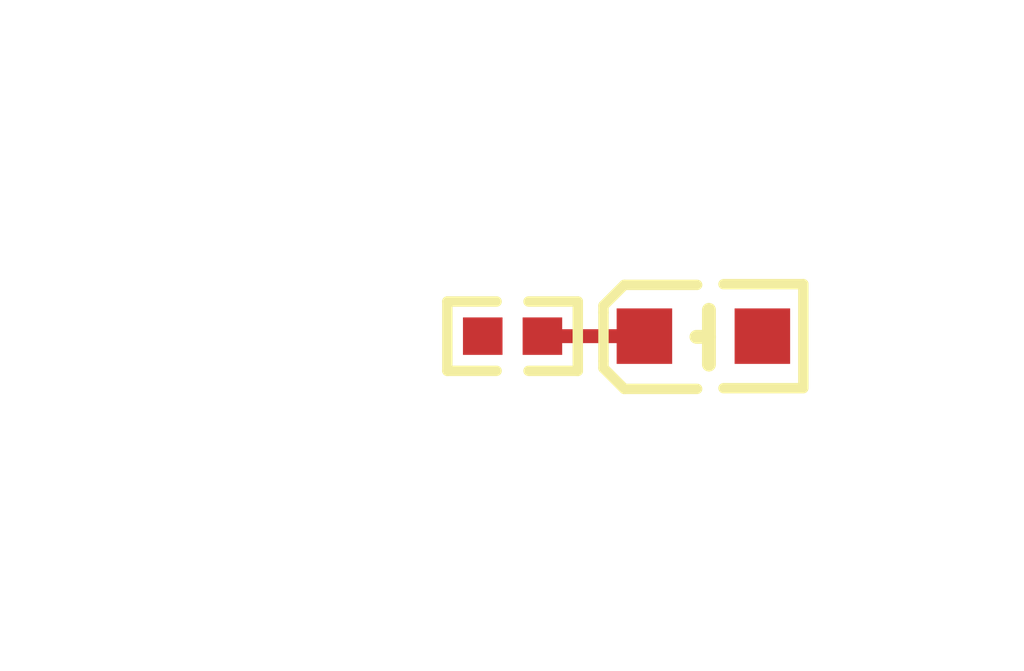
<source format=kicad_pcb>
(kicad_pcb (version 20241229) (generator "pcbnew") (generator_version "9.0")
  (layers (0 "F.Cu" signal) (2 "B.Cu" signal) (13 "F.Paste" user) (15 "B.Paste" user) (5 "F.SilkS" user "F.Silkscreen") (7 "B.SilkS" user "B.Silkscreen") (1 "F.Mask" user) (3 "B.Mask" user) (25 "Edge.Cuts" user))
  (net 0 "")
  (net 1 "gnd")
  (net 2 "anode")
  (net 3 "cathode")
  (footprint "Hubei_KENTO_Elec_KT_0603Y:LED0603-R-RD" (layer "F.Cu") (at 0 0 0)
    (property "Reference" "U1" (hide yes))
    (property "Value" "2.1V")
    (fp_line (start 0.29 -0.75) (end 1.44 -0.75) (stroke (width 0.15)) (layer "F.SilkS"))
    (fp_line (start 1.44 -0.75) (end 1.44 0.73) (stroke (width 0.15)) (layer "F.SilkS"))
    (fp_line (start 0.29 0.75) (end 1.44 0.75) (stroke (width 0.15)) (layer "F.SilkS"))
    (fp_line (start -0.09 0.76) (end -1.14 0.76) (stroke (width 0.15)) (layer "F.SilkS"))
    (fp_line (start -1.44 0.36) (end -1.44 0.46) (stroke (width 0.15)) (layer "F.SilkS"))
    (fp_line (start -1.44 0.46) (end -1.14 0.76) (stroke (width 0.15)) (layer "F.SilkS"))
    (fp_line (start -1.44 -0.34) (end -1.44 0.36) (stroke (width 0.15)) (layer "F.SilkS"))
    (fp_line (start -1.44 -0.34) (end -1.44 -0.44) (stroke (width 0.15)) (layer "F.SilkS"))
    (fp_line (start -1.44 -0.44) (end -1.14 -0.74) (stroke (width 0.15)) (layer "F.SilkS"))
    (fp_line (start -0.09 -0.74) (end -1.14 -0.74) (stroke (width 0.15)) (layer "F.SilkS"))
    (fp_line (start 0.08 0.41) (end 0.08 -0.38) (stroke (width 0.2)) (layer "F.SilkS"))
    (fp_line (start 0.08 0.01) (end -0.1 0.01) (stroke (width 0.2)) (layer "F.SilkS"))
    (pad "1" smd rect (at 0.85 0 90) (size 0.8 0.8) (layers "F.Cu" "F.Paste" "F.Mask") (net 2 "anode"))
    (pad "2" smd rect (at -0.85 0 90) (size 0.8 0.8) (layers "F.Cu" "F.Paste" "F.Mask") (net 3 "cathode"))
  )
  (footprint "UNI_ROYAL_0402WGF1002TCE:R0402" (layer "F.Cu") (at -2.75 0 180)
    (property "Reference" "R1" (hide yes))
    (property "Value" "10kΩ ±1% 62.5mW")
    (fp_line (start 0.94 0.5) (end 0.94 -0.5) (stroke (width 0.15)) (layer "F.SilkS"))
    (fp_line (start 0.94 -0.5) (end 0.23 -0.5) (stroke (width 0.15)) (layer "F.SilkS"))
    (fp_line (start 0.23 0.5) (end 0.94 0.5) (stroke (width 0.15)) (layer "F.SilkS"))
    (fp_line (start -0.23 0.5) (end -0.94 0.5) (stroke (width 0.15)) (layer "F.SilkS"))
    (fp_line (start -0.94 0.5) (end -0.94 -0.5) (stroke (width 0.15)) (layer "F.SilkS"))
    (fp_line (start -0.94 -0.5) (end -0.23 -0.5) (stroke (width 0.15)) (layer "F.SilkS"))
    (pad "1" smd rect (at -0.43 0 180) (size 0.57 0.54) (layers "F.Cu" "F.Mask" "F.Paste") (net 3 "cathode"))
    (pad "2" smd rect (at 0.43 0 180) (size 0.57 0.54) (layers "F.Cu" "F.Mask" "F.Paste") (net 1 "gnd"))
  )
  (segment (start -2.32 0) (end -0.85 0) (width 0.2) (net 3) (layer "F.Cu"))
)
</source>
